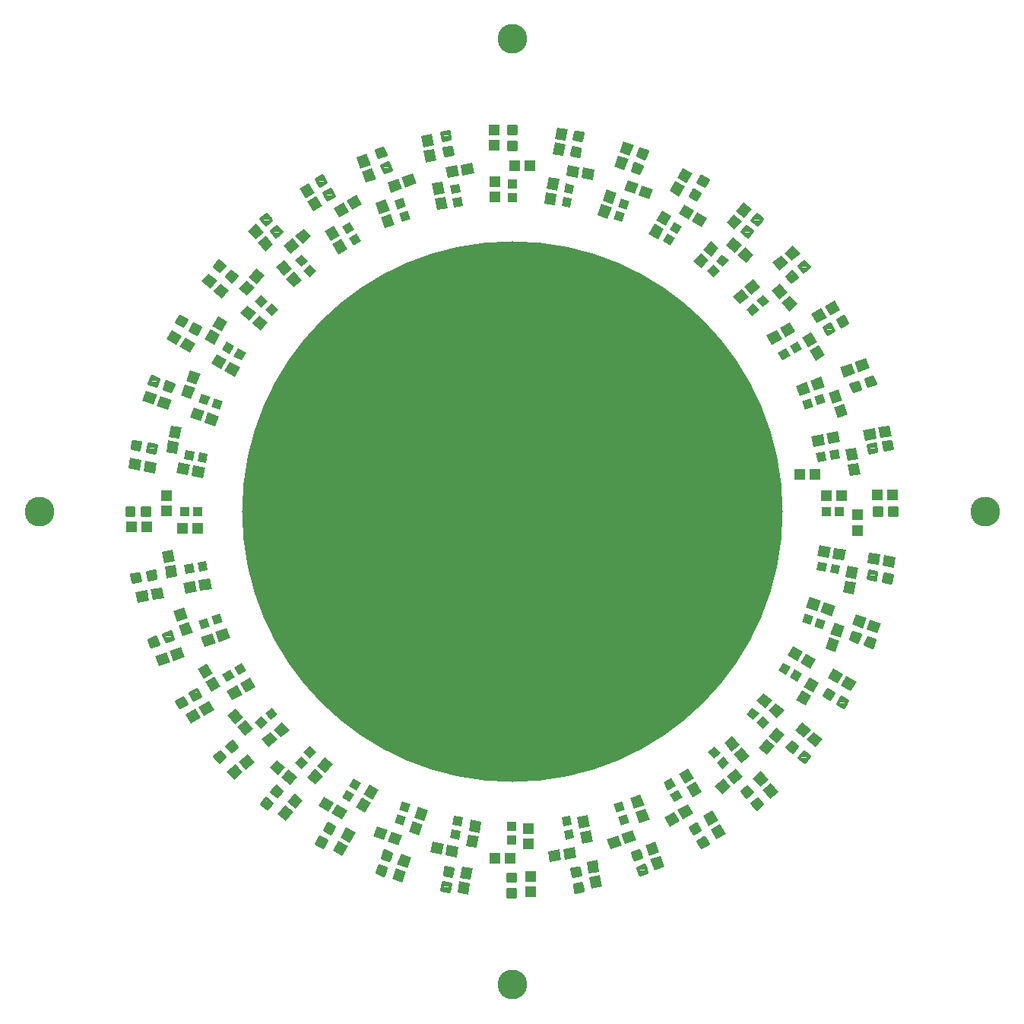
<source format=gbs>
G04 EAGLE Gerber X2 export*
G75*
%MOMM*%
%FSLAX34Y34*%
%LPD*%
%AMOC8*
5,1,8,0,0,1.08239X$1,22.5*%
G01*
%ADD10C,3.303200*%
%ADD11C,3.303250*%
%ADD12C,60.203225*%
%ADD13C,3.303225*%
%ADD14R,1.303200X1.203200*%
%ADD15C,0.360959*%
%ADD16R,1.203200X1.303200*%
%ADD17R,1.003200X1.003200*%
%ADD18R,1.003200X1.003200*%


D10*
X35000Y561723D03*
D11*
X1088446Y561723D03*
D12*
X561723Y561723D03*
D13*
X561723Y1088446D03*
X561723Y35000D03*
D14*
G36*
X820727Y856522D02*
X830709Y848146D01*
X822975Y838930D01*
X812993Y847306D01*
X820727Y856522D01*
G37*
G36*
X807705Y867450D02*
X817687Y859074D01*
X809953Y849858D01*
X799971Y858234D01*
X807705Y867450D01*
G37*
D15*
X566061Y990881D02*
X557639Y990881D01*
X566061Y990881D02*
X566061Y982459D01*
X557639Y982459D01*
X557639Y990881D01*
X557639Y986068D02*
X566061Y986068D01*
X566061Y989677D02*
X557639Y989677D01*
X557639Y973341D02*
X566061Y973341D01*
X566061Y964919D01*
X557639Y964919D01*
X557639Y973341D01*
X557639Y968528D02*
X566061Y968528D01*
X566061Y972137D02*
X557639Y972137D01*
D14*
G36*
X774158Y853237D02*
X782534Y863219D01*
X791750Y855485D01*
X783374Y845503D01*
X774158Y853237D01*
G37*
G36*
X763230Y840215D02*
X771606Y850197D01*
X780822Y842463D01*
X772446Y832481D01*
X763230Y840215D01*
G37*
D16*
X541530Y986650D03*
X541530Y969650D03*
D17*
G36*
X788715Y840787D02*
X795163Y848471D01*
X802847Y842023D01*
X796399Y834339D01*
X788715Y840787D01*
G37*
G36*
X779073Y829297D02*
X785521Y836981D01*
X793205Y830533D01*
X786757Y822849D01*
X779073Y829297D01*
G37*
G36*
X834089Y797159D02*
X841773Y803607D01*
X848221Y795923D01*
X840537Y789475D01*
X834089Y797159D01*
G37*
G36*
X822599Y787517D02*
X830283Y793965D01*
X836731Y786281D01*
X829047Y779833D01*
X822599Y787517D01*
G37*
D15*
X640641Y983352D02*
X632348Y984815D01*
X640641Y983352D02*
X639178Y975059D01*
X630885Y976522D01*
X632348Y984815D01*
X631264Y978668D02*
X639815Y978668D01*
X640451Y982277D02*
X631900Y982277D01*
X629302Y967541D02*
X637595Y966078D01*
X636132Y957785D01*
X627839Y959248D01*
X629302Y967541D01*
X628218Y961394D02*
X636769Y961394D01*
X637405Y965003D02*
X628854Y965003D01*
D14*
G36*
X820363Y812844D02*
X830345Y821220D01*
X838079Y812004D01*
X828097Y803628D01*
X820363Y812844D01*
G37*
G36*
X807341Y801916D02*
X817323Y810292D01*
X825057Y801076D01*
X815075Y792700D01*
X807341Y801916D01*
G37*
G36*
X870754Y802697D02*
X879130Y792715D01*
X869914Y784981D01*
X861538Y794963D01*
X870754Y802697D01*
G37*
G36*
X859826Y815719D02*
X868202Y805737D01*
X858986Y798003D01*
X850610Y807985D01*
X859826Y815719D01*
G37*
G36*
X609760Y976939D02*
X612023Y989772D01*
X623872Y987683D01*
X621609Y974850D01*
X609760Y976939D01*
G37*
G36*
X606808Y960197D02*
X609071Y973030D01*
X620920Y970941D01*
X618657Y958108D01*
X606808Y960197D01*
G37*
D17*
G36*
X870864Y746505D02*
X879550Y751521D01*
X884566Y742835D01*
X875880Y737819D01*
X870864Y746505D01*
G37*
G36*
X857874Y739005D02*
X866560Y744021D01*
X871576Y735335D01*
X862890Y730319D01*
X857874Y739005D01*
G37*
D15*
X712487Y963007D02*
X704574Y965888D01*
X712487Y963007D02*
X709606Y955094D01*
X701693Y957975D01*
X704574Y965888D01*
X701958Y958703D02*
X710920Y958703D01*
X712234Y962312D02*
X703272Y962312D01*
X698575Y949406D02*
X706488Y946525D01*
X703607Y938612D01*
X695694Y941493D01*
X698575Y949406D01*
X695959Y942221D02*
X704921Y942221D01*
X706235Y945830D02*
X697273Y945830D01*
D14*
G36*
X859770Y766682D02*
X871056Y773198D01*
X877072Y762778D01*
X865786Y756262D01*
X859770Y766682D01*
G37*
G36*
X845048Y758182D02*
X856334Y764698D01*
X862350Y754278D01*
X851064Y747762D01*
X845048Y758182D01*
G37*
G36*
X903332Y747290D02*
X909848Y736004D01*
X899428Y729988D01*
X892912Y741274D01*
X903332Y747290D01*
G37*
G36*
X894832Y762012D02*
X901348Y750726D01*
X890928Y744710D01*
X884412Y755996D01*
X894832Y762012D01*
G37*
G36*
X681336Y962262D02*
X685793Y974507D01*
X697098Y970392D01*
X692641Y958147D01*
X681336Y962262D01*
G37*
G36*
X675522Y946288D02*
X679979Y958533D01*
X691284Y954418D01*
X686827Y942173D01*
X675522Y946288D01*
G37*
D17*
G36*
X898259Y689582D02*
X907685Y693014D01*
X911117Y683588D01*
X901691Y680156D01*
X898259Y689582D01*
G37*
G36*
X884163Y684452D02*
X893589Y687884D01*
X897021Y678458D01*
X887595Y675026D01*
X884163Y684452D01*
G37*
D15*
X780007Y931406D02*
X772714Y935617D01*
X780007Y931406D02*
X775796Y924113D01*
X768503Y928324D01*
X772714Y935617D01*
X769546Y927722D02*
X777880Y927722D01*
X779964Y931331D02*
X770239Y931331D01*
X772323Y934940D02*
X773886Y934940D01*
X763944Y920427D02*
X771237Y916216D01*
X767026Y908923D01*
X759733Y913134D01*
X763944Y920427D01*
X760776Y912532D02*
X769110Y912532D01*
X771194Y916141D02*
X761469Y916141D01*
X763553Y919750D02*
X765116Y919750D01*
D14*
G36*
X893637Y707881D02*
X905882Y712338D01*
X909997Y701033D01*
X897752Y696576D01*
X893637Y707881D01*
G37*
G36*
X877663Y702067D02*
X889908Y706524D01*
X894023Y695219D01*
X881778Y690762D01*
X877663Y702067D01*
G37*
G36*
X931141Y682183D02*
X935598Y669938D01*
X924293Y665823D01*
X919836Y678068D01*
X931141Y682183D01*
G37*
G36*
X925327Y698157D02*
X929784Y685912D01*
X918479Y681797D01*
X914022Y694042D01*
X925327Y698157D01*
G37*
G36*
X745332Y933606D02*
X751848Y944892D01*
X762268Y938876D01*
X755752Y927590D01*
X745332Y933606D01*
G37*
G36*
X736832Y918884D02*
X743348Y930170D01*
X753768Y924154D01*
X747252Y912868D01*
X736832Y918884D01*
G37*
D17*
G36*
X914956Y629450D02*
X924834Y631192D01*
X926576Y621314D01*
X916698Y619572D01*
X914956Y629450D01*
G37*
G36*
X900184Y626846D02*
X910062Y628588D01*
X911804Y618710D01*
X901926Y616968D01*
X900184Y626846D01*
G37*
D15*
X840879Y887597D02*
X834428Y893010D01*
X840879Y887597D02*
X835466Y881146D01*
X829015Y886559D01*
X834428Y893010D01*
X831165Y884755D02*
X838494Y884755D01*
X839965Y888364D02*
X830530Y888364D01*
X833558Y891973D02*
X835664Y891973D01*
X823154Y879574D02*
X829605Y874161D01*
X824192Y867710D01*
X817741Y873123D01*
X823154Y879574D01*
X819891Y871319D02*
X827220Y871319D01*
X828691Y874928D02*
X819256Y874928D01*
X822284Y878537D02*
X824390Y878537D01*
D14*
G36*
X911750Y649139D02*
X924583Y651402D01*
X926672Y639553D01*
X913839Y637290D01*
X911750Y649139D01*
G37*
G36*
X895008Y646187D02*
X907841Y648450D01*
X909930Y636601D01*
X897097Y634338D01*
X895008Y646187D01*
G37*
G36*
X947589Y616560D02*
X949852Y603727D01*
X938003Y601638D01*
X935740Y614471D01*
X947589Y616560D01*
G37*
G36*
X944637Y633302D02*
X946900Y620469D01*
X935051Y618380D01*
X932788Y631213D01*
X944637Y633302D01*
G37*
G36*
X811248Y896417D02*
X819624Y906399D01*
X828840Y898665D01*
X820464Y888683D01*
X811248Y896417D01*
G37*
G36*
X800320Y883395D02*
X808696Y893377D01*
X817912Y885643D01*
X809536Y875661D01*
X800320Y883395D01*
G37*
D18*
X926220Y561850D03*
X911220Y561850D03*
D15*
X892760Y834178D02*
X887347Y840629D01*
X892760Y834178D02*
X886309Y828765D01*
X880896Y835216D01*
X887347Y840629D01*
X890610Y832374D02*
X883281Y832374D01*
X881810Y835983D02*
X891245Y835983D01*
X888217Y839592D02*
X886111Y839592D01*
X873911Y829355D02*
X879324Y822904D01*
X872873Y817491D01*
X867460Y823942D01*
X873911Y829355D01*
X877174Y821100D02*
X869845Y821100D01*
X868374Y824709D02*
X877809Y824709D01*
X874781Y828318D02*
X872675Y828318D01*
D14*
X928490Y580140D03*
X911490Y580140D03*
D16*
X946150Y541160D03*
X946150Y558160D03*
D14*
G36*
X864813Y850184D02*
X874795Y858560D01*
X882529Y849344D01*
X872547Y840968D01*
X864813Y850184D01*
G37*
G36*
X851791Y839256D02*
X861773Y847632D01*
X869507Y838416D01*
X859525Y830040D01*
X851791Y839256D01*
G37*
D17*
G36*
X917208Y503868D02*
X927086Y502126D01*
X925344Y492248D01*
X915466Y493990D01*
X917208Y503868D01*
G37*
G36*
X902436Y506472D02*
X912314Y504730D01*
X910572Y494852D01*
X900694Y496594D01*
X902436Y506472D01*
G37*
D15*
X935617Y772214D02*
X931406Y779507D01*
X935617Y772214D02*
X928324Y768003D01*
X924113Y775296D01*
X931406Y779507D01*
X934574Y771612D02*
X926240Y771612D01*
X924156Y775221D02*
X933881Y775221D01*
X931797Y778830D02*
X930234Y778830D01*
X916216Y770737D02*
X920427Y763444D01*
X913134Y759233D01*
X908923Y766526D01*
X916216Y770737D01*
X919384Y762842D02*
X911050Y762842D01*
X908966Y766451D02*
X918691Y766451D01*
X916607Y770060D02*
X915044Y770060D01*
D14*
G36*
X920449Y521710D02*
X933282Y519447D01*
X931193Y507598D01*
X918360Y509861D01*
X920449Y521710D01*
G37*
G36*
X903707Y524662D02*
X916540Y522399D01*
X914451Y510550D01*
X901618Y512813D01*
X903707Y524662D01*
G37*
G36*
X944360Y482901D02*
X942097Y470068D01*
X930248Y472157D01*
X932511Y484990D01*
X944360Y482901D01*
G37*
G36*
X947312Y499643D02*
X945049Y486810D01*
X933200Y488899D01*
X935463Y501732D01*
X947312Y499643D01*
G37*
G36*
X909550Y790552D02*
X920836Y797068D01*
X926852Y786648D01*
X915566Y780132D01*
X909550Y790552D01*
G37*
G36*
X894828Y782052D02*
X906114Y788568D01*
X912130Y778148D01*
X900844Y771632D01*
X894828Y782052D01*
G37*
D17*
G36*
X901691Y443534D02*
X911117Y440102D01*
X907685Y430676D01*
X898259Y434108D01*
X901691Y443534D01*
G37*
G36*
X887595Y448664D02*
X897021Y445232D01*
X893589Y435806D01*
X884163Y439238D01*
X887595Y448664D01*
G37*
D15*
X966388Y704314D02*
X963507Y712227D01*
X966388Y704314D02*
X958475Y701433D01*
X955594Y709346D01*
X963507Y712227D01*
X966123Y705042D02*
X957161Y705042D01*
X955847Y708651D02*
X964809Y708651D01*
X947025Y706227D02*
X949906Y698314D01*
X941993Y695433D01*
X939112Y703346D01*
X947025Y706227D01*
X949641Y699042D02*
X940679Y699042D01*
X939365Y702651D02*
X948327Y702651D01*
D14*
G36*
X909182Y461154D02*
X921427Y456697D01*
X917312Y445392D01*
X905067Y449849D01*
X909182Y461154D01*
G37*
G36*
X893208Y466968D02*
X905453Y462511D01*
X901338Y451206D01*
X889093Y455663D01*
X893208Y466968D01*
G37*
G36*
X926234Y417968D02*
X921777Y405723D01*
X910472Y409838D01*
X914929Y422083D01*
X926234Y417968D01*
G37*
G36*
X932048Y433942D02*
X927591Y421697D01*
X916286Y425812D01*
X920743Y438057D01*
X932048Y433942D01*
G37*
G36*
X943167Y728451D02*
X955412Y732908D01*
X959527Y721603D01*
X947282Y717146D01*
X943167Y728451D01*
G37*
G36*
X927193Y722637D02*
X939438Y727094D01*
X943553Y715789D01*
X931308Y711332D01*
X927193Y722637D01*
G37*
D17*
G36*
X876130Y386391D02*
X884816Y381375D01*
X879800Y372689D01*
X871114Y377705D01*
X876130Y386391D01*
G37*
G36*
X863140Y393891D02*
X871826Y388875D01*
X866810Y380189D01*
X858124Y385205D01*
X863140Y393891D01*
G37*
D15*
X985065Y631838D02*
X983602Y640131D01*
X985065Y631838D02*
X976772Y630375D01*
X975309Y638668D01*
X983602Y640131D01*
X984686Y633984D02*
X976135Y633984D01*
X975499Y637593D02*
X984050Y637593D01*
X966328Y637085D02*
X967791Y628792D01*
X959498Y627329D01*
X958035Y635622D01*
X966328Y637085D01*
X967412Y630938D02*
X958861Y630938D01*
X958225Y634547D02*
X966776Y634547D01*
D14*
G36*
X888896Y404018D02*
X900182Y397502D01*
X894166Y387082D01*
X882880Y393598D01*
X888896Y404018D01*
G37*
G36*
X874174Y412518D02*
X885460Y406002D01*
X879444Y395582D01*
X868158Y402098D01*
X874174Y412518D01*
G37*
G36*
X894998Y356974D02*
X888482Y345688D01*
X878062Y351704D01*
X884578Y362990D01*
X894998Y356974D01*
G37*
G36*
X903498Y371696D02*
X896982Y360410D01*
X886562Y366426D01*
X893078Y377712D01*
X903498Y371696D01*
G37*
G36*
X969408Y655747D02*
X982241Y658010D01*
X984330Y646161D01*
X971497Y643898D01*
X969408Y655747D01*
G37*
G36*
X952666Y652795D02*
X965499Y655058D01*
X967588Y643209D01*
X954755Y640946D01*
X952666Y652795D01*
G37*
D17*
G36*
X840537Y334225D02*
X848221Y327777D01*
X841773Y320093D01*
X834089Y326541D01*
X840537Y334225D01*
G37*
G36*
X829047Y343867D02*
X836731Y337419D01*
X830283Y329735D01*
X822599Y336183D01*
X829047Y343867D01*
G37*
D15*
X990631Y557379D02*
X990631Y565801D01*
X990631Y557379D02*
X982209Y557379D01*
X982209Y565801D01*
X990631Y565801D01*
X990631Y560988D02*
X982209Y560988D01*
X982209Y564597D02*
X990631Y564597D01*
X973091Y565801D02*
X973091Y557379D01*
X964669Y557379D01*
X964669Y565801D01*
X973091Y565801D01*
X973091Y560988D02*
X964669Y560988D01*
X964669Y564597D02*
X973091Y564597D01*
D14*
G36*
X854767Y349022D02*
X864749Y340646D01*
X857015Y331430D01*
X847033Y339806D01*
X854767Y349022D01*
G37*
G36*
X841745Y359950D02*
X851727Y351574D01*
X843993Y342358D01*
X834011Y350734D01*
X841745Y359950D01*
G37*
G36*
X854232Y300933D02*
X845856Y290951D01*
X836640Y298685D01*
X845016Y308667D01*
X854232Y300933D01*
G37*
G36*
X865160Y313955D02*
X856784Y303973D01*
X847568Y311707D01*
X855944Y321689D01*
X865160Y313955D01*
G37*
X985640Y580640D03*
X968640Y580640D03*
D17*
G36*
X797159Y289101D02*
X803607Y281417D01*
X795923Y274969D01*
X789475Y282653D01*
X797159Y289101D01*
G37*
G36*
X787517Y300591D02*
X793965Y292907D01*
X786281Y286459D01*
X779833Y294143D01*
X787517Y300591D01*
G37*
D15*
X983602Y482799D02*
X985065Y491092D01*
X983602Y482799D02*
X975309Y484262D01*
X976772Y492555D01*
X985065Y491092D01*
X984239Y486408D02*
X975688Y486408D01*
X976324Y490017D02*
X984875Y490017D01*
X967791Y494138D02*
X966328Y485845D01*
X958035Y487308D01*
X959498Y495601D01*
X967791Y494138D01*
X966965Y489454D02*
X958414Y489454D01*
X959050Y493063D02*
X967601Y493063D01*
D14*
G36*
X817924Y299277D02*
X826300Y289295D01*
X817084Y281561D01*
X808708Y291543D01*
X817924Y299277D01*
G37*
G36*
X806996Y312299D02*
X815372Y302317D01*
X806156Y294583D01*
X797780Y304565D01*
X806996Y312299D01*
G37*
G36*
X805237Y255486D02*
X795255Y247110D01*
X787521Y256326D01*
X797503Y264702D01*
X805237Y255486D01*
G37*
G36*
X818259Y266414D02*
X808277Y258038D01*
X800543Y267254D01*
X810525Y275630D01*
X818259Y266414D01*
G37*
G36*
X976069Y513580D02*
X988902Y511317D01*
X986813Y499468D01*
X973980Y501731D01*
X976069Y513580D01*
G37*
G36*
X959327Y516532D02*
X972160Y514269D01*
X970071Y502420D01*
X957238Y504683D01*
X959327Y516532D01*
G37*
D17*
G36*
X746245Y252326D02*
X751261Y243640D01*
X742575Y238624D01*
X737559Y247310D01*
X746245Y252326D01*
G37*
G36*
X738745Y265316D02*
X743761Y256630D01*
X735075Y251614D01*
X730059Y260300D01*
X738745Y265316D01*
G37*
D15*
X963007Y410703D02*
X965888Y418616D01*
X963007Y410703D02*
X955094Y413584D01*
X957975Y421497D01*
X965888Y418616D01*
X964321Y414312D02*
X955359Y414312D01*
X956673Y417921D02*
X965635Y417921D01*
X949406Y424616D02*
X946525Y416703D01*
X938612Y419584D01*
X941493Y427497D01*
X949406Y424616D01*
X947839Y420312D02*
X938877Y420312D01*
X940191Y423921D02*
X949153Y423921D01*
D14*
G36*
X766422Y261130D02*
X772938Y249844D01*
X762518Y243828D01*
X756002Y255114D01*
X766422Y261130D01*
G37*
G36*
X757922Y275852D02*
X764438Y264566D01*
X754018Y258550D01*
X747502Y269836D01*
X757922Y275852D01*
G37*
G36*
X748560Y217318D02*
X737274Y210802D01*
X731258Y221222D01*
X742544Y227738D01*
X748560Y217318D01*
G37*
G36*
X763282Y225818D02*
X751996Y219302D01*
X745980Y229722D01*
X757266Y236238D01*
X763282Y225818D01*
G37*
G36*
X960232Y441854D02*
X972477Y437397D01*
X968362Y426092D01*
X956117Y430549D01*
X960232Y441854D01*
G37*
G36*
X944258Y447668D02*
X956503Y443211D01*
X952388Y431906D01*
X940143Y436363D01*
X944258Y447668D01*
G37*
D18*
X561850Y926730D03*
X561850Y911730D03*
D15*
X935617Y350976D02*
X931406Y343683D01*
X924113Y347894D01*
X928324Y355187D01*
X935617Y350976D01*
X933490Y347292D02*
X925156Y347292D01*
X925849Y350901D02*
X935574Y350901D01*
X929496Y354510D02*
X927933Y354510D01*
X920427Y359746D02*
X916216Y352453D01*
X908923Y356664D01*
X913134Y363957D01*
X920427Y359746D01*
X918300Y356062D02*
X909966Y356062D01*
X910659Y359671D02*
X920384Y359671D01*
X914306Y363280D02*
X912743Y363280D01*
D16*
X542290Y929250D03*
X542290Y912250D03*
D14*
X581520Y946910D03*
X564520Y946910D03*
G36*
X933856Y378868D02*
X945142Y372352D01*
X939126Y361932D01*
X927840Y368448D01*
X933856Y378868D01*
G37*
G36*
X919134Y387368D02*
X930420Y380852D01*
X924404Y370432D01*
X913118Y376948D01*
X919134Y387368D01*
G37*
D17*
G36*
X619312Y917468D02*
X621054Y927346D01*
X630932Y925604D01*
X629190Y915726D01*
X619312Y917468D01*
G37*
G36*
X616708Y902696D02*
X618450Y912574D01*
X628328Y910832D01*
X626586Y900954D01*
X616708Y902696D01*
G37*
D15*
X893270Y289012D02*
X887857Y282561D01*
X881406Y287974D01*
X886819Y294425D01*
X893270Y289012D01*
X890885Y286170D02*
X883556Y286170D01*
X882921Y289779D02*
X892356Y289779D01*
X888055Y293388D02*
X885949Y293388D01*
X879834Y300286D02*
X874421Y293835D01*
X867970Y299248D01*
X873383Y305699D01*
X879834Y300286D01*
X877449Y297444D02*
X870120Y297444D01*
X869485Y301053D02*
X878920Y301053D01*
X874619Y304662D02*
X872513Y304662D01*
D14*
G36*
X600210Y921719D02*
X602473Y934552D01*
X614322Y932463D01*
X612059Y919630D01*
X600210Y921719D01*
G37*
G36*
X597258Y904977D02*
X599521Y917810D01*
X611370Y915721D01*
X609107Y902888D01*
X597258Y904977D01*
G37*
G36*
X640749Y945120D02*
X653582Y942857D01*
X651493Y931008D01*
X638660Y933271D01*
X640749Y945120D01*
G37*
G36*
X624007Y948072D02*
X636840Y945809D01*
X634751Y933960D01*
X621918Y936223D01*
X624007Y948072D01*
G37*
G36*
X897437Y316772D02*
X907419Y308396D01*
X899685Y299180D01*
X889703Y307556D01*
X897437Y316772D01*
G37*
G36*
X884415Y327700D02*
X894397Y319324D01*
X886663Y310108D01*
X876681Y318484D01*
X884415Y327700D01*
G37*
D17*
G36*
X679906Y901691D02*
X683338Y911117D01*
X692764Y907685D01*
X689332Y898259D01*
X679906Y901691D01*
G37*
G36*
X674776Y887595D02*
X678208Y897021D01*
X687634Y893589D01*
X684202Y884163D01*
X674776Y887595D01*
G37*
D15*
X840629Y235843D02*
X834178Y230430D01*
X828765Y236881D01*
X835216Y242294D01*
X840629Y235843D01*
X838479Y234039D02*
X831150Y234039D01*
X829679Y237648D02*
X839114Y237648D01*
X836086Y241257D02*
X833980Y241257D01*
X829355Y249279D02*
X822904Y243866D01*
X817491Y250317D01*
X823942Y255730D01*
X829355Y249279D01*
X827205Y247475D02*
X819876Y247475D01*
X818405Y251084D02*
X827840Y251084D01*
X824812Y254693D02*
X822706Y254693D01*
D14*
G36*
X662536Y908412D02*
X666993Y920657D01*
X678298Y916542D01*
X673841Y904297D01*
X662536Y908412D01*
G37*
G36*
X656722Y892438D02*
X661179Y904683D01*
X672484Y900568D01*
X668027Y888323D01*
X656722Y892438D01*
G37*
G36*
X706232Y925474D02*
X718477Y921017D01*
X714362Y909712D01*
X702117Y914169D01*
X706232Y925474D01*
G37*
G36*
X690258Y931288D02*
X702503Y926831D01*
X698388Y915526D01*
X686143Y919983D01*
X690258Y931288D01*
G37*
G36*
X849924Y259907D02*
X858300Y249925D01*
X849084Y242191D01*
X840708Y252173D01*
X849924Y259907D01*
G37*
G36*
X838996Y272929D02*
X847372Y262947D01*
X838156Y255213D01*
X829780Y265195D01*
X838996Y272929D01*
G37*
D17*
G36*
X737309Y876130D02*
X742325Y884816D01*
X751011Y879800D01*
X745995Y871114D01*
X737309Y876130D01*
G37*
G36*
X729809Y863140D02*
X734825Y871826D01*
X743511Y866810D01*
X738495Y858124D01*
X729809Y863140D01*
G37*
D15*
X780007Y191774D02*
X772714Y187563D01*
X768503Y194856D01*
X775796Y199067D01*
X780007Y191774D01*
X778964Y191172D02*
X770630Y191172D01*
X768546Y194781D02*
X778271Y194781D01*
X776187Y198390D02*
X774624Y198390D01*
X771237Y206964D02*
X763944Y202753D01*
X759733Y210046D01*
X767026Y214257D01*
X771237Y206964D01*
X770194Y206362D02*
X761860Y206362D01*
X759776Y209971D02*
X769501Y209971D01*
X767417Y213580D02*
X765854Y213580D01*
D14*
G36*
X722222Y886106D02*
X728738Y897392D01*
X739158Y891376D01*
X732642Y880090D01*
X722222Y886106D01*
G37*
G36*
X713722Y871384D02*
X720238Y882670D01*
X730658Y876654D01*
X724142Y865368D01*
X713722Y871384D01*
G37*
G36*
X767746Y895508D02*
X779032Y888992D01*
X773016Y878572D01*
X761730Y885088D01*
X767746Y895508D01*
G37*
G36*
X753024Y904008D02*
X764310Y897492D01*
X758294Y887072D01*
X747008Y893588D01*
X753024Y904008D01*
G37*
G36*
X793092Y214400D02*
X799608Y203114D01*
X789188Y197098D01*
X782672Y208384D01*
X793092Y214400D01*
G37*
G36*
X784592Y229122D02*
X791108Y217836D01*
X780688Y211820D01*
X774172Y223106D01*
X784592Y229122D01*
G37*
D17*
G36*
X689332Y225191D02*
X692764Y215765D01*
X683338Y212333D01*
X679906Y221759D01*
X689332Y225191D01*
G37*
G36*
X684202Y239287D02*
X687634Y229861D01*
X678208Y226429D01*
X674776Y235855D01*
X684202Y239287D01*
G37*
D15*
X712227Y160183D02*
X704314Y157302D01*
X701433Y165215D01*
X709346Y168096D01*
X712227Y160183D01*
X711962Y160911D02*
X703000Y160911D01*
X701686Y164520D02*
X710648Y164520D01*
X706228Y176665D02*
X698315Y173784D01*
X695434Y181697D01*
X703347Y184578D01*
X706228Y176665D01*
X705963Y177393D02*
X697001Y177393D01*
X695687Y181002D02*
X704649Y181002D01*
D14*
G36*
X710421Y231333D02*
X714878Y219088D01*
X703573Y214973D01*
X699116Y227218D01*
X710421Y231333D01*
G37*
G36*
X704607Y247307D02*
X709064Y235062D01*
X697759Y230947D01*
X693302Y243192D01*
X704607Y247307D01*
G37*
G36*
X683703Y190269D02*
X671458Y185812D01*
X667343Y197117D01*
X679588Y201574D01*
X683703Y190269D01*
G37*
G36*
X699677Y196083D02*
X687432Y191626D01*
X683317Y202931D01*
X695562Y207388D01*
X699677Y196083D01*
G37*
G36*
X726931Y178753D02*
X731388Y166508D01*
X720083Y162393D01*
X715626Y174638D01*
X726931Y178753D01*
G37*
G36*
X721117Y194727D02*
X725574Y182482D01*
X714269Y178367D01*
X709812Y190612D01*
X721117Y194727D01*
G37*
D17*
G36*
X629190Y208224D02*
X630932Y198346D01*
X621054Y196604D01*
X619312Y206482D01*
X629190Y208224D01*
G37*
G36*
X626586Y222996D02*
X628328Y213118D01*
X618450Y211376D01*
X616708Y221254D01*
X626586Y222996D01*
G37*
D15*
X640891Y139588D02*
X632598Y138125D01*
X631135Y146418D01*
X639428Y147881D01*
X640891Y139588D01*
X640512Y141734D02*
X631961Y141734D01*
X631325Y145343D02*
X639876Y145343D01*
X637845Y156862D02*
X629552Y155399D01*
X628089Y163692D01*
X636382Y165155D01*
X637845Y156862D01*
X637466Y159008D02*
X628915Y159008D01*
X628279Y162617D02*
X636830Y162617D01*
D14*
G36*
X649139Y207120D02*
X651402Y194287D01*
X639553Y192198D01*
X637290Y205031D01*
X649139Y207120D01*
G37*
G36*
X646187Y223862D02*
X648450Y211029D01*
X636601Y208940D01*
X634338Y221773D01*
X646187Y223862D01*
G37*
G36*
X616560Y173821D02*
X603727Y171558D01*
X601638Y183407D01*
X614471Y185670D01*
X616560Y173821D01*
G37*
G36*
X633302Y176773D02*
X620469Y174510D01*
X618380Y186359D01*
X631213Y188622D01*
X633302Y176773D01*
G37*
G36*
X659559Y157080D02*
X661822Y144247D01*
X649973Y142158D01*
X647710Y154991D01*
X659559Y157080D01*
G37*
G36*
X656607Y173822D02*
X658870Y160989D01*
X647021Y158900D01*
X644758Y171733D01*
X656607Y173822D01*
G37*
D18*
X561340Y196210D03*
X561340Y211210D03*
D15*
X565551Y132559D02*
X557129Y132559D01*
X557129Y140981D01*
X565551Y140981D01*
X565551Y132559D01*
X565551Y136168D02*
X557129Y136168D01*
X557129Y139777D02*
X565551Y139777D01*
X565551Y150099D02*
X557129Y150099D01*
X557129Y158521D01*
X565551Y158521D01*
X565551Y150099D01*
X565551Y153708D02*
X557129Y153708D01*
X557129Y157317D02*
X565551Y157317D01*
D16*
X579630Y191910D03*
X579630Y208910D03*
D14*
X542680Y176280D03*
X559680Y176280D03*
D16*
X582170Y138310D03*
X582170Y155310D03*
D17*
G36*
X504128Y206482D02*
X502386Y196604D01*
X492508Y198346D01*
X494250Y208224D01*
X504128Y206482D01*
G37*
G36*
X506732Y221254D02*
X504990Y211376D01*
X495112Y213118D01*
X496854Y222996D01*
X506732Y221254D01*
G37*
D15*
X491602Y138635D02*
X483309Y140098D01*
X484772Y148391D01*
X493065Y146928D01*
X491602Y138635D01*
X492239Y142244D02*
X483688Y142244D01*
X484324Y145853D02*
X492875Y145853D01*
X494648Y155909D02*
X486355Y157372D01*
X487818Y165665D01*
X496111Y164202D01*
X494648Y155909D01*
X495285Y159518D02*
X486734Y159518D01*
X487370Y163127D02*
X495921Y163127D01*
D14*
G36*
X524500Y200201D02*
X522237Y187368D01*
X510388Y189457D01*
X512651Y202290D01*
X524500Y200201D01*
G37*
G36*
X527452Y216943D02*
X525189Y204110D01*
X513340Y206199D01*
X515603Y219032D01*
X527452Y216943D01*
G37*
G36*
X483411Y180090D02*
X470578Y182353D01*
X472667Y194202D01*
X485500Y191939D01*
X483411Y180090D01*
G37*
G36*
X500153Y177138D02*
X487320Y179401D01*
X489409Y191250D01*
X502242Y188987D01*
X500153Y177138D01*
G37*
G36*
X514850Y148131D02*
X512587Y135298D01*
X500738Y137387D01*
X503001Y150220D01*
X514850Y148131D01*
G37*
G36*
X517802Y164873D02*
X515539Y152040D01*
X503690Y154129D01*
X505953Y166962D01*
X517802Y164873D01*
G37*
D17*
G36*
X443284Y221759D02*
X439852Y212333D01*
X430426Y215765D01*
X433858Y225191D01*
X443284Y221759D01*
G37*
G36*
X448414Y235855D02*
X444982Y226429D01*
X435556Y229861D01*
X438988Y239287D01*
X448414Y235855D01*
G37*
D15*
X418867Y156792D02*
X410954Y159673D01*
X413835Y167586D01*
X421748Y164705D01*
X418867Y156792D01*
X420181Y160401D02*
X411219Y160401D01*
X412533Y164010D02*
X421495Y164010D01*
X424866Y173274D02*
X416953Y176155D01*
X419834Y184068D01*
X427747Y181187D01*
X424866Y173274D01*
X426180Y176883D02*
X417218Y176883D01*
X418532Y180492D02*
X427494Y180492D01*
D14*
G36*
X462424Y213248D02*
X457967Y201003D01*
X446662Y205118D01*
X451119Y217363D01*
X462424Y213248D01*
G37*
G36*
X468238Y229222D02*
X463781Y216977D01*
X452476Y221092D01*
X456933Y233337D01*
X468238Y229222D01*
G37*
G36*
X419238Y195936D02*
X406993Y200393D01*
X411108Y211698D01*
X423353Y207241D01*
X419238Y195936D01*
G37*
G36*
X435212Y190122D02*
X422967Y194579D01*
X427082Y205884D01*
X439327Y201427D01*
X435212Y190122D01*
G37*
G36*
X443634Y160928D02*
X439177Y148683D01*
X427872Y152798D01*
X432329Y165043D01*
X443634Y160928D01*
G37*
G36*
X449448Y176902D02*
X444991Y164657D01*
X433686Y168772D01*
X438143Y181017D01*
X449448Y176902D01*
G37*
D17*
G36*
X385881Y247050D02*
X380865Y238364D01*
X372179Y243380D01*
X377195Y252066D01*
X385881Y247050D01*
G37*
G36*
X393381Y260040D02*
X388365Y251354D01*
X379679Y256370D01*
X384695Y265056D01*
X393381Y260040D01*
G37*
D15*
X351236Y188073D02*
X343943Y192284D01*
X348154Y199577D01*
X355447Y195366D01*
X351236Y188073D01*
X353320Y191682D02*
X344986Y191682D01*
X345679Y195291D02*
X355404Y195291D01*
X349326Y198900D02*
X347763Y198900D01*
X352713Y207474D02*
X360006Y203263D01*
X352713Y207474D02*
X356924Y214767D01*
X364217Y210556D01*
X360006Y203263D01*
X362090Y206872D02*
X353756Y206872D01*
X354449Y210481D02*
X364174Y210481D01*
X358096Y214090D02*
X356533Y214090D01*
D14*
G36*
X404518Y237594D02*
X398002Y226308D01*
X387582Y232324D01*
X394098Y243610D01*
X404518Y237594D01*
G37*
G36*
X413018Y252316D02*
X406502Y241030D01*
X396082Y247046D01*
X402598Y258332D01*
X413018Y252316D01*
G37*
G36*
X357224Y227682D02*
X345938Y234198D01*
X351954Y244618D01*
X363240Y238102D01*
X357224Y227682D01*
G37*
G36*
X371946Y219182D02*
X360660Y225698D01*
X366676Y236118D01*
X377962Y229602D01*
X371946Y219182D01*
G37*
G36*
X378868Y189584D02*
X372352Y178298D01*
X361932Y184314D01*
X368448Y195600D01*
X378868Y189584D01*
G37*
G36*
X387368Y204306D02*
X380852Y193020D01*
X370432Y199036D01*
X376948Y210322D01*
X387368Y204306D01*
G37*
D17*
G36*
X333965Y282913D02*
X327517Y275229D01*
X319833Y281677D01*
X326281Y289361D01*
X333965Y282913D01*
G37*
G36*
X343607Y294403D02*
X337159Y286719D01*
X329475Y293167D01*
X335923Y300851D01*
X343607Y294403D01*
G37*
D15*
X289012Y230680D02*
X282561Y236093D01*
X287974Y242544D01*
X294425Y237131D01*
X289012Y230680D01*
X292040Y234289D02*
X284711Y234289D01*
X284076Y237898D02*
X293511Y237898D01*
X289210Y241507D02*
X287104Y241507D01*
X293835Y249529D02*
X300286Y244116D01*
X293835Y249529D02*
X299248Y255980D01*
X305699Y250567D01*
X300286Y244116D01*
X303314Y247725D02*
X295985Y247725D01*
X295350Y251334D02*
X304785Y251334D01*
X300484Y254943D02*
X298378Y254943D01*
D14*
G36*
X351312Y267663D02*
X342936Y257681D01*
X333720Y265415D01*
X342096Y275397D01*
X351312Y267663D01*
G37*
G36*
X362240Y280685D02*
X353864Y270703D01*
X344648Y278437D01*
X353024Y288419D01*
X362240Y280685D01*
G37*
G36*
X301443Y267938D02*
X291461Y276314D01*
X299195Y285530D01*
X309177Y277154D01*
X301443Y267938D01*
G37*
G36*
X314465Y257010D02*
X304483Y265386D01*
X312217Y274602D01*
X322199Y266226D01*
X314465Y257010D01*
G37*
G36*
X317782Y227533D02*
X309406Y217551D01*
X300190Y225285D01*
X308566Y235267D01*
X317782Y227533D01*
G37*
G36*
X328710Y240555D02*
X320334Y230573D01*
X311118Y238307D01*
X319494Y248289D01*
X328710Y240555D01*
G37*
D17*
G36*
X289101Y326541D02*
X281417Y320093D01*
X274969Y327777D01*
X282653Y334225D01*
X289101Y326541D01*
G37*
G36*
X300591Y336183D02*
X292907Y329735D01*
X286459Y337419D01*
X294143Y343867D01*
X300591Y336183D01*
G37*
D15*
X235843Y282821D02*
X230430Y289272D01*
X236881Y294685D01*
X242294Y288234D01*
X235843Y282821D01*
X232815Y286430D02*
X240144Y286430D01*
X240779Y290039D02*
X231344Y290039D01*
X235645Y293648D02*
X237751Y293648D01*
X243866Y300546D02*
X249279Y294095D01*
X243866Y300546D02*
X250317Y305959D01*
X255730Y299508D01*
X249279Y294095D01*
X246251Y297704D02*
X253580Y297704D01*
X254215Y301313D02*
X244780Y301313D01*
X249081Y304922D02*
X251187Y304922D01*
D14*
G36*
X300547Y307556D02*
X290565Y299180D01*
X282831Y308396D01*
X292813Y316772D01*
X300547Y307556D01*
G37*
G36*
X313569Y318484D02*
X303587Y310108D01*
X295853Y319324D01*
X305835Y327700D01*
X313569Y318484D01*
G37*
G36*
X253196Y325063D02*
X244820Y335045D01*
X254036Y342779D01*
X262412Y332797D01*
X253196Y325063D01*
G37*
G36*
X264124Y312041D02*
X255748Y322023D01*
X264964Y329757D01*
X273340Y319775D01*
X264124Y312041D01*
G37*
G36*
X261677Y271736D02*
X251695Y263360D01*
X243961Y272576D01*
X253943Y280952D01*
X261677Y271736D01*
G37*
G36*
X274699Y282664D02*
X264717Y274288D01*
X256983Y283504D01*
X266965Y291880D01*
X274699Y282664D01*
G37*
D17*
G36*
X252576Y377445D02*
X243890Y372429D01*
X238874Y381115D01*
X247560Y386131D01*
X252576Y377445D01*
G37*
G36*
X265566Y384945D02*
X256880Y379929D01*
X251864Y388615D01*
X260550Y393631D01*
X265566Y384945D01*
G37*
D15*
X192284Y343173D02*
X188073Y350466D01*
X195366Y354677D01*
X199577Y347384D01*
X192284Y343173D01*
X190200Y346782D02*
X198534Y346782D01*
X197841Y350391D02*
X188116Y350391D01*
X194194Y354000D02*
X195757Y354000D01*
X203263Y359236D02*
X207474Y351943D01*
X203263Y359236D02*
X210556Y363447D01*
X214767Y356154D01*
X207474Y351943D01*
X205390Y355552D02*
X213724Y355552D01*
X213031Y359161D02*
X203306Y359161D01*
X209384Y362770D02*
X210947Y362770D01*
D14*
G36*
X261130Y358288D02*
X249844Y351772D01*
X243828Y362192D01*
X255114Y368708D01*
X261130Y358288D01*
G37*
G36*
X275852Y366788D02*
X264566Y360272D01*
X258550Y370692D01*
X269836Y377208D01*
X275852Y366788D01*
G37*
G36*
X218078Y375650D02*
X211562Y386936D01*
X221982Y392952D01*
X228498Y381666D01*
X218078Y375650D01*
G37*
G36*
X226578Y360928D02*
X220062Y372214D01*
X230482Y378230D01*
X236998Y366944D01*
X226578Y360928D01*
G37*
G36*
X215160Y332378D02*
X203874Y325862D01*
X197858Y336282D01*
X209144Y342798D01*
X215160Y332378D01*
G37*
G36*
X229882Y340878D02*
X218596Y334362D01*
X212580Y344782D01*
X223866Y351298D01*
X229882Y340878D01*
G37*
D17*
G36*
X225191Y433858D02*
X215765Y430426D01*
X212333Y439852D01*
X221759Y443284D01*
X225191Y433858D01*
G37*
G36*
X239287Y438988D02*
X229861Y435556D01*
X226429Y444982D01*
X235855Y448414D01*
X239287Y438988D01*
G37*
D15*
X159933Y411213D02*
X157052Y419126D01*
X164965Y422007D01*
X167846Y414094D01*
X159933Y411213D01*
X158619Y414822D02*
X167581Y414822D01*
X166267Y418431D02*
X157305Y418431D01*
X173534Y425126D02*
X176415Y417213D01*
X173534Y425126D02*
X181447Y428007D01*
X184328Y420094D01*
X176415Y417213D01*
X175101Y420822D02*
X184063Y420822D01*
X182749Y424431D02*
X173787Y424431D01*
D14*
G36*
X231583Y415309D02*
X219338Y410852D01*
X215223Y422157D01*
X227468Y426614D01*
X231583Y415309D01*
G37*
G36*
X247557Y421123D02*
X235312Y416666D01*
X231197Y427971D01*
X243442Y432428D01*
X247557Y421123D01*
G37*
G36*
X188999Y438977D02*
X184542Y451222D01*
X195847Y455337D01*
X200304Y443092D01*
X188999Y438977D01*
G37*
G36*
X194813Y423003D02*
X190356Y435248D01*
X201661Y439363D01*
X206118Y427118D01*
X194813Y423003D01*
G37*
G36*
X180783Y394229D02*
X168538Y389772D01*
X164423Y401077D01*
X176668Y405534D01*
X180783Y394229D01*
G37*
G36*
X196757Y400043D02*
X184512Y395586D01*
X180397Y406891D01*
X192642Y411348D01*
X196757Y400043D01*
G37*
D17*
G36*
X207974Y494250D02*
X198096Y492508D01*
X196354Y502386D01*
X206232Y504128D01*
X207974Y494250D01*
G37*
G36*
X222746Y496854D02*
X212868Y495112D01*
X211126Y504990D01*
X221004Y506732D01*
X222746Y496854D01*
G37*
D15*
X139588Y483059D02*
X138125Y491352D01*
X146418Y492815D01*
X147881Y484522D01*
X139588Y483059D01*
X138951Y486668D02*
X147502Y486668D01*
X146866Y490277D02*
X138315Y490277D01*
X155399Y494398D02*
X156862Y486105D01*
X155399Y494398D02*
X163692Y495861D01*
X165155Y487568D01*
X156862Y486105D01*
X156225Y489714D02*
X164776Y489714D01*
X164140Y493323D02*
X155589Y493323D01*
D14*
G36*
X210420Y473031D02*
X197587Y470768D01*
X195498Y482617D01*
X208331Y484880D01*
X210420Y473031D01*
G37*
G36*
X227162Y475983D02*
X214329Y473720D01*
X212240Y485569D01*
X225073Y487832D01*
X227162Y475983D01*
G37*
G36*
X174071Y504590D02*
X171808Y517423D01*
X183657Y519512D01*
X185920Y506679D01*
X174071Y504590D01*
G37*
G36*
X177023Y487848D02*
X174760Y500681D01*
X186609Y502770D01*
X188872Y489937D01*
X177023Y487848D01*
G37*
G36*
X157330Y462871D02*
X144497Y460608D01*
X142408Y472457D01*
X155241Y474720D01*
X157330Y462871D01*
G37*
G36*
X174072Y465823D02*
X161239Y463560D01*
X159150Y475409D01*
X171983Y477672D01*
X174072Y465823D01*
G37*
D18*
X196720Y561850D03*
X211720Y561850D03*
D15*
X132309Y557639D02*
X132309Y566061D01*
X140731Y566061D01*
X140731Y557639D01*
X132309Y557639D01*
X132309Y561248D02*
X140731Y561248D01*
X140731Y564857D02*
X132309Y564857D01*
X149849Y566061D02*
X149849Y557639D01*
X149849Y566061D02*
X158271Y566061D01*
X158271Y557639D01*
X149849Y557639D01*
X149849Y561248D02*
X158271Y561248D01*
X158271Y564857D02*
X149849Y564857D01*
D14*
X194700Y543560D03*
X211700Y543560D03*
D16*
X176530Y579490D03*
X176530Y562490D03*
D14*
X137550Y545080D03*
X154550Y545080D03*
D17*
G36*
X206232Y619062D02*
X196354Y620804D01*
X198096Y630682D01*
X207974Y628940D01*
X206232Y619062D01*
G37*
G36*
X221004Y616458D02*
X211126Y618200D01*
X212868Y628078D01*
X222746Y626336D01*
X221004Y616458D01*
G37*
D15*
X138375Y631838D02*
X139838Y640131D01*
X148131Y638668D01*
X146668Y630375D01*
X138375Y631838D01*
X138754Y633984D02*
X147305Y633984D01*
X147941Y637593D02*
X139390Y637593D01*
X157112Y637085D02*
X155649Y628792D01*
X157112Y637085D02*
X165405Y635622D01*
X163942Y627329D01*
X155649Y628792D01*
X156028Y630938D02*
X164579Y630938D01*
X165215Y634547D02*
X156664Y634547D01*
D14*
G36*
X200711Y602500D02*
X187878Y604763D01*
X189967Y616612D01*
X202800Y614349D01*
X200711Y602500D01*
G37*
G36*
X217453Y599548D02*
X204620Y601811D01*
X206709Y613660D01*
X219542Y611397D01*
X217453Y599548D01*
G37*
G36*
X179334Y645111D02*
X181597Y657944D01*
X193446Y655855D01*
X191183Y643022D01*
X179334Y645111D01*
G37*
G36*
X176382Y628369D02*
X178645Y641202D01*
X190494Y639113D01*
X188231Y626280D01*
X176382Y628369D01*
G37*
G36*
X147111Y607580D02*
X134278Y609843D01*
X136367Y621692D01*
X149200Y619429D01*
X147111Y607580D01*
G37*
G36*
X163853Y604628D02*
X151020Y606891D01*
X153109Y618740D01*
X165942Y616477D01*
X163853Y604628D01*
G37*
D17*
G36*
X222009Y680156D02*
X212583Y683588D01*
X216015Y693014D01*
X225441Y689582D01*
X222009Y680156D01*
G37*
G36*
X236105Y675026D02*
X226679Y678458D01*
X230111Y687884D01*
X239537Y684452D01*
X236105Y675026D01*
G37*
D15*
X157562Y704574D02*
X160443Y712487D01*
X168356Y709606D01*
X165475Y701693D01*
X157562Y704574D01*
X157827Y705302D02*
X166789Y705302D01*
X168103Y708911D02*
X159141Y708911D01*
X176925Y706487D02*
X174044Y698574D01*
X176925Y706487D02*
X184838Y703606D01*
X181957Y695693D01*
X174044Y698574D01*
X174309Y699302D02*
X183271Y699302D01*
X184585Y702911D02*
X175623Y702911D01*
D14*
G36*
X215028Y662536D02*
X202783Y666993D01*
X206898Y678298D01*
X219143Y673841D01*
X215028Y662536D01*
G37*
G36*
X231002Y656722D02*
X218757Y661179D01*
X222872Y672484D01*
X235117Y668027D01*
X231002Y656722D01*
G37*
G36*
X198736Y707502D02*
X203193Y719747D01*
X214498Y715632D01*
X210041Y703387D01*
X198736Y707502D01*
G37*
G36*
X192922Y691528D02*
X197379Y703773D01*
X208684Y699658D01*
X204227Y687413D01*
X192922Y691528D01*
G37*
G36*
X162198Y681076D02*
X149953Y685533D01*
X154068Y696838D01*
X166313Y692381D01*
X162198Y681076D01*
G37*
G36*
X178172Y675262D02*
X165927Y679719D01*
X170042Y691024D01*
X182287Y686567D01*
X178172Y675262D01*
G37*
D17*
G36*
X247310Y737559D02*
X238624Y742575D01*
X243640Y751261D01*
X252326Y746245D01*
X247310Y737559D01*
G37*
G36*
X260300Y730059D02*
X251614Y735075D01*
X256630Y743761D01*
X265316Y738745D01*
X260300Y730059D01*
G37*
D15*
X187823Y772464D02*
X192034Y779757D01*
X199327Y775546D01*
X195116Y768253D01*
X187823Y772464D01*
X188866Y771862D02*
X197200Y771862D01*
X199284Y775471D02*
X189559Y775471D01*
X191643Y779080D02*
X193206Y779080D01*
X207224Y770987D02*
X203013Y763694D01*
X207224Y770987D02*
X214517Y766776D01*
X210306Y759483D01*
X203013Y763694D01*
X204056Y763092D02*
X212390Y763092D01*
X214474Y766701D02*
X204749Y766701D01*
X206833Y770310D02*
X208396Y770310D01*
D14*
G36*
X237844Y720702D02*
X226558Y727218D01*
X232574Y737638D01*
X243860Y731122D01*
X237844Y720702D01*
G37*
G36*
X252566Y712202D02*
X241280Y718718D01*
X247296Y729138D01*
X258582Y722622D01*
X252566Y712202D01*
G37*
G36*
X227942Y768506D02*
X234458Y779792D01*
X244878Y773776D01*
X238362Y762490D01*
X227942Y768506D01*
G37*
G36*
X219442Y753784D02*
X225958Y765070D01*
X236378Y759054D01*
X229862Y747768D01*
X219442Y753784D01*
G37*
G36*
X188064Y747372D02*
X176778Y753888D01*
X182794Y764308D01*
X194080Y757792D01*
X188064Y747372D01*
G37*
G36*
X202786Y738872D02*
X191500Y745388D01*
X197516Y755808D01*
X208802Y749292D01*
X202786Y738872D01*
G37*
D17*
G36*
X282913Y789215D02*
X275229Y795663D01*
X281677Y803347D01*
X289361Y796899D01*
X282913Y789215D01*
G37*
G36*
X294403Y779573D02*
X286719Y786021D01*
X293167Y793705D01*
X300851Y787257D01*
X294403Y779573D01*
G37*
D15*
X229920Y834678D02*
X235333Y841129D01*
X241784Y835716D01*
X236371Y829265D01*
X229920Y834678D01*
X232070Y832874D02*
X239399Y832874D01*
X240870Y836483D02*
X231435Y836483D01*
X234463Y840092D02*
X236569Y840092D01*
X248769Y829855D02*
X243356Y823404D01*
X248769Y829855D02*
X255220Y824442D01*
X249807Y817991D01*
X243356Y823404D01*
X245506Y821600D02*
X252835Y821600D01*
X254306Y825209D02*
X244871Y825209D01*
X247899Y828818D02*
X250005Y828818D01*
D14*
G36*
X268933Y774158D02*
X258951Y782534D01*
X266685Y791750D01*
X276667Y783374D01*
X268933Y774158D01*
G37*
G36*
X281955Y763230D02*
X271973Y771606D01*
X279707Y780822D01*
X289689Y772446D01*
X281955Y763230D01*
G37*
G36*
X268198Y822757D02*
X276574Y832739D01*
X285790Y825005D01*
X277414Y815023D01*
X268198Y822757D01*
G37*
G36*
X257270Y809735D02*
X265646Y819717D01*
X274862Y811983D01*
X266486Y802001D01*
X257270Y809735D01*
G37*
G36*
X225753Y809718D02*
X215771Y818094D01*
X223505Y827310D01*
X233487Y818934D01*
X225753Y809718D01*
G37*
G36*
X238775Y798790D02*
X228793Y807166D01*
X236527Y816382D01*
X246509Y808006D01*
X238775Y798790D01*
G37*
D17*
G36*
X326281Y834339D02*
X319833Y842023D01*
X327517Y848471D01*
X333965Y840787D01*
X326281Y834339D01*
G37*
G36*
X335923Y822849D02*
X329475Y830533D01*
X337159Y836981D01*
X343607Y829297D01*
X335923Y822849D01*
G37*
D15*
X282051Y887597D02*
X288502Y893010D01*
X293915Y886559D01*
X287464Y881146D01*
X282051Y887597D01*
X284436Y884755D02*
X291765Y884755D01*
X292400Y888364D02*
X282965Y888364D01*
X287266Y891973D02*
X289372Y891973D01*
X299776Y879574D02*
X293325Y874161D01*
X299776Y879574D02*
X305189Y873123D01*
X298738Y867710D01*
X293325Y874161D01*
X295710Y871319D02*
X303039Y871319D01*
X303674Y874928D02*
X294239Y874928D01*
X298540Y878537D02*
X300646Y878537D01*
D14*
G36*
X307296Y824423D02*
X298920Y834405D01*
X308136Y842139D01*
X316512Y832157D01*
X307296Y824423D01*
G37*
G36*
X318224Y811401D02*
X309848Y821383D01*
X319064Y829117D01*
X327440Y819135D01*
X318224Y811401D01*
G37*
G36*
X320233Y868974D02*
X330215Y877350D01*
X337949Y868134D01*
X327967Y859758D01*
X320233Y868974D01*
G37*
G36*
X307211Y858046D02*
X317193Y866422D01*
X324927Y857206D01*
X314945Y848830D01*
X307211Y858046D01*
G37*
G36*
X275546Y864813D02*
X267170Y874795D01*
X276386Y882529D01*
X284762Y872547D01*
X275546Y864813D01*
G37*
G36*
X286474Y851791D02*
X278098Y861773D01*
X287314Y869507D01*
X295690Y859525D01*
X286474Y851791D01*
G37*
D17*
G36*
X377445Y871114D02*
X372429Y879800D01*
X381115Y884816D01*
X386131Y876130D01*
X377445Y871114D01*
G37*
G36*
X384945Y858124D02*
X379929Y866810D01*
X388615Y871826D01*
X393631Y863140D01*
X384945Y858124D01*
G37*
D15*
X343173Y931666D02*
X350466Y935877D01*
X354677Y928584D01*
X347384Y924373D01*
X343173Y931666D01*
X345300Y927982D02*
X353634Y927982D01*
X352941Y931591D02*
X343216Y931591D01*
X349294Y935200D02*
X350857Y935200D01*
X359236Y920687D02*
X351943Y916476D01*
X359236Y920687D02*
X363447Y913394D01*
X356154Y909183D01*
X351943Y916476D01*
X354070Y912792D02*
X362404Y912792D01*
X361711Y916401D02*
X351986Y916401D01*
X358064Y920010D02*
X359627Y920010D01*
D14*
G36*
X359308Y863070D02*
X352792Y874356D01*
X363212Y880372D01*
X369728Y869086D01*
X359308Y863070D01*
G37*
G36*
X367808Y848348D02*
X361292Y859634D01*
X371712Y865650D01*
X378228Y854364D01*
X367808Y848348D01*
G37*
G36*
X377420Y908152D02*
X388706Y914668D01*
X394722Y904248D01*
X383436Y897732D01*
X377420Y908152D01*
G37*
G36*
X362698Y899652D02*
X373984Y906168D01*
X380000Y895748D01*
X368714Y889232D01*
X362698Y899652D01*
G37*
G36*
X331368Y910820D02*
X324852Y922106D01*
X335272Y928122D01*
X341788Y916836D01*
X331368Y910820D01*
G37*
G36*
X339868Y896098D02*
X333352Y907384D01*
X343772Y913400D01*
X350288Y902114D01*
X339868Y896098D01*
G37*
D17*
G36*
X433858Y898509D02*
X430426Y907935D01*
X439852Y911367D01*
X443284Y901941D01*
X433858Y898509D01*
G37*
G36*
X438988Y884413D02*
X435556Y893839D01*
X444982Y897271D01*
X448414Y887845D01*
X438988Y884413D01*
G37*
D15*
X410454Y964017D02*
X418367Y966898D01*
X421248Y958985D01*
X413335Y956104D01*
X410454Y964017D01*
X412021Y959713D02*
X420983Y959713D01*
X419669Y963322D02*
X410707Y963322D01*
X416453Y947535D02*
X424366Y950416D01*
X427247Y942503D01*
X419334Y939622D01*
X416453Y947535D01*
X418020Y943231D02*
X426982Y943231D01*
X425668Y946840D02*
X416706Y946840D01*
D14*
G36*
X414039Y893377D02*
X409582Y905622D01*
X420887Y909737D01*
X425344Y897492D01*
X414039Y893377D01*
G37*
G36*
X419853Y877403D02*
X415396Y889648D01*
X426701Y893763D01*
X431158Y881518D01*
X419853Y877403D01*
G37*
G36*
X438717Y934191D02*
X450962Y938648D01*
X455077Y927343D01*
X442832Y922886D01*
X438717Y934191D01*
G37*
G36*
X422743Y928377D02*
X434988Y932834D01*
X439103Y921529D01*
X426858Y917072D01*
X422743Y928377D01*
G37*
G36*
X392959Y944177D02*
X388502Y956422D01*
X399807Y960537D01*
X404264Y948292D01*
X392959Y944177D01*
G37*
G36*
X398773Y928203D02*
X394316Y940448D01*
X405621Y944563D01*
X410078Y932318D01*
X398773Y928203D01*
G37*
D17*
G36*
X494250Y915466D02*
X492508Y925344D01*
X502386Y927086D01*
X504128Y917208D01*
X494250Y915466D01*
G37*
G36*
X496854Y900694D02*
X495112Y910572D01*
X504990Y912314D01*
X506732Y902436D01*
X496854Y900694D01*
G37*
D15*
X483059Y983602D02*
X491352Y985065D01*
X492815Y976772D01*
X484522Y975309D01*
X483059Y983602D01*
X483885Y978918D02*
X492436Y978918D01*
X491800Y982527D02*
X483249Y982527D01*
X486105Y966328D02*
X494398Y967791D01*
X495861Y959498D01*
X487568Y958035D01*
X486105Y966328D01*
X486931Y961644D02*
X495482Y961644D01*
X494846Y965253D02*
X486295Y965253D01*
D14*
G36*
X474811Y914550D02*
X472548Y927383D01*
X484397Y929472D01*
X486660Y916639D01*
X474811Y914550D01*
G37*
G36*
X477763Y897808D02*
X475500Y910641D01*
X487349Y912730D01*
X489612Y899897D01*
X477763Y897808D01*
G37*
G36*
X504340Y948359D02*
X517173Y950622D01*
X519262Y938773D01*
X506429Y936510D01*
X504340Y948359D01*
G37*
G36*
X487598Y945407D02*
X500431Y947670D01*
X502520Y935821D01*
X489687Y933558D01*
X487598Y945407D01*
G37*
G36*
X462611Y967630D02*
X460348Y980463D01*
X472197Y982552D01*
X474460Y969719D01*
X462611Y967630D01*
G37*
G36*
X465563Y950888D02*
X463300Y963721D01*
X475149Y965810D01*
X477412Y952977D01*
X465563Y950888D01*
G37*
X881770Y603504D03*
X898770Y603504D03*
M02*

</source>
